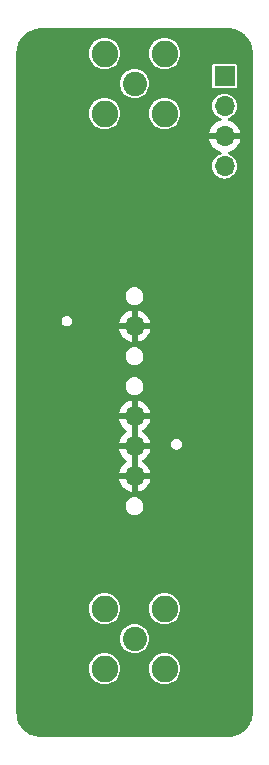
<source format=gbr>
%TF.GenerationSoftware,KiCad,Pcbnew,7.0.5*%
%TF.CreationDate,2023-06-23T15:01:08-05:00*%
%TF.ProjectId,Single.Channel.Amp,53696e67-6c65-42e4-9368-616e6e656c2e,rev?*%
%TF.SameCoordinates,Original*%
%TF.FileFunction,Copper,L2,Inr*%
%TF.FilePolarity,Positive*%
%FSLAX46Y46*%
G04 Gerber Fmt 4.6, Leading zero omitted, Abs format (unit mm)*
G04 Created by KiCad (PCBNEW 7.0.5) date 2023-06-23 15:01:08*
%MOMM*%
%LPD*%
G01*
G04 APERTURE LIST*
%TA.AperFunction,ComponentPad*%
%ADD10R,1.700000X1.700000*%
%TD*%
%TA.AperFunction,ComponentPad*%
%ADD11O,1.700000X1.700000*%
%TD*%
%TA.AperFunction,ComponentPad*%
%ADD12C,2.050000*%
%TD*%
%TA.AperFunction,ComponentPad*%
%ADD13C,2.250000*%
%TD*%
G04 APERTURE END LIST*
D10*
%TO.N,Net-(D1-A)*%
%TO.C,J3*%
X72620000Y-19370000D03*
D11*
%TO.N,GND*%
X72620000Y-21910000D03*
%TO.N,GND1*%
X72620000Y-24450000D03*
%TO.N,Net-(D2-K)*%
X72620000Y-26990000D03*
%TD*%
D12*
%TO.N,Net-(J2-Input)*%
%TO.C,J4*%
X65000000Y-67000000D03*
D13*
%TO.N,GND*%
X62460000Y-64460000D03*
X62460000Y-69540000D03*
X67540000Y-64460000D03*
X67540000Y-69540000D03*
%TD*%
D12*
%TO.N,Net-(J2-Output)*%
%TO.C,J5*%
X65000000Y-20000000D03*
D13*
%TO.N,GND*%
X62460000Y-17460000D03*
X62460000Y-22540000D03*
X67540000Y-17460000D03*
X67540000Y-22540000D03*
%TD*%
D11*
%TO.N,GND1*%
%TO.C,J2*%
X65000000Y-40540000D03*
X65000000Y-48160000D03*
X65000000Y-50700000D03*
X65000000Y-53240000D03*
%TD*%
%TA.AperFunction,Conductor*%
%TO.N,GND1*%
G36*
X65250000Y-52804498D02*
G01*
X65142315Y-52755320D01*
X65035763Y-52740000D01*
X64964237Y-52740000D01*
X64857685Y-52755320D01*
X64749999Y-52804498D01*
X64749999Y-51135501D01*
X64857685Y-51184680D01*
X64964237Y-51200000D01*
X65035763Y-51200000D01*
X65142315Y-51184680D01*
X65250000Y-51135501D01*
X65250000Y-52804498D01*
G37*
%TD.AperFunction*%
%TA.AperFunction,Conductor*%
G36*
X65250000Y-50264498D02*
G01*
X65142315Y-50215320D01*
X65035763Y-50200000D01*
X64964237Y-50200000D01*
X64857685Y-50215320D01*
X64749999Y-50264498D01*
X64749999Y-48595501D01*
X64857685Y-48644680D01*
X64964237Y-48660000D01*
X65035763Y-48660000D01*
X65142315Y-48644680D01*
X65250000Y-48595501D01*
X65250000Y-50264498D01*
G37*
%TD.AperFunction*%
%TA.AperFunction,Conductor*%
G36*
X73002019Y-15310633D02*
G01*
X73040149Y-15313131D01*
X73083793Y-15315992D01*
X73265459Y-15328985D01*
X73273102Y-15330015D01*
X73367572Y-15348806D01*
X73372190Y-15349912D01*
X73543719Y-15398061D01*
X73697413Y-15441204D01*
X73702315Y-15442802D01*
X73791762Y-15476164D01*
X73797481Y-15478634D01*
X73862544Y-15510719D01*
X73868651Y-15514176D01*
X74033108Y-15620000D01*
X74054728Y-15633912D01*
X74272782Y-15774225D01*
X74287440Y-15785274D01*
X74307332Y-15802718D01*
X74359510Y-15848476D01*
X74362463Y-15851243D01*
X74458770Y-15947550D01*
X74461531Y-15950498D01*
X74475243Y-15966135D01*
X74477144Y-15968410D01*
X74638444Y-16171187D01*
X74641459Y-16175318D01*
X74655410Y-16196197D01*
X74704958Y-16270351D01*
X74707824Y-16275085D01*
X74773806Y-16395921D01*
X74774996Y-16398213D01*
X74831352Y-16512492D01*
X74833839Y-16518251D01*
X74882881Y-16649737D01*
X74883500Y-16651475D01*
X74923597Y-16769597D01*
X74925472Y-16776353D01*
X74956848Y-16920589D01*
X74979980Y-17036880D01*
X74981015Y-17044560D01*
X74994021Y-17226413D01*
X74999367Y-17307966D01*
X74999500Y-17312023D01*
X74999500Y-73307976D01*
X74999367Y-73312033D01*
X74994022Y-73393558D01*
X74986015Y-73505514D01*
X74985608Y-73509442D01*
X74966386Y-73650854D01*
X74965760Y-73654599D01*
X74956842Y-73699440D01*
X74925471Y-73843647D01*
X74923596Y-73850403D01*
X74883496Y-73968531D01*
X74882879Y-73970265D01*
X74872626Y-73997758D01*
X74871277Y-74001080D01*
X74771176Y-74228425D01*
X74768848Y-74233157D01*
X74707824Y-74344914D01*
X74704958Y-74349648D01*
X74633467Y-74456641D01*
X74631549Y-74459351D01*
X74549744Y-74568631D01*
X74546723Y-74572357D01*
X74461529Y-74669502D01*
X74458755Y-74672464D01*
X74362464Y-74768755D01*
X74359502Y-74771529D01*
X74262357Y-74856723D01*
X74258631Y-74859744D01*
X74149351Y-74941549D01*
X74146641Y-74943467D01*
X74039649Y-75014957D01*
X74034914Y-75017823D01*
X73914075Y-75083806D01*
X73911790Y-75084993D01*
X73904596Y-75088541D01*
X73902019Y-75089740D01*
X73702563Y-75177002D01*
X73699377Y-75178292D01*
X73660275Y-75192876D01*
X73658538Y-75193494D01*
X73540402Y-75233596D01*
X73533647Y-75235471D01*
X73462130Y-75251029D01*
X73455117Y-75252554D01*
X73451369Y-75253250D01*
X73156664Y-75298589D01*
X73151657Y-75299152D01*
X73083568Y-75304022D01*
X73077972Y-75304389D01*
X73070672Y-75304867D01*
X73066636Y-75305000D01*
X56947817Y-75305000D01*
X56942201Y-75304745D01*
X56685599Y-75281417D01*
X56679129Y-75280482D01*
X56638251Y-75272351D01*
X56610617Y-75266854D01*
X56466352Y-75235471D01*
X56459597Y-75233596D01*
X56341465Y-75193496D01*
X56339728Y-75192877D01*
X56210480Y-75144670D01*
X56205300Y-75142466D01*
X56184183Y-75132323D01*
X56088201Y-75084990D01*
X56085909Y-75083800D01*
X56035990Y-75056542D01*
X55965081Y-75017823D01*
X55960357Y-75014962D01*
X55853348Y-74943461D01*
X55850639Y-74941543D01*
X55810592Y-74911564D01*
X55741353Y-74859732D01*
X55737648Y-74856729D01*
X55640680Y-74771690D01*
X55636671Y-74767843D01*
X55487338Y-74611116D01*
X55485610Y-74609226D01*
X55453281Y-74572362D01*
X55450260Y-74568637D01*
X55368449Y-74459351D01*
X55366531Y-74456640D01*
X55295037Y-74349641D01*
X55292170Y-74344907D01*
X55226173Y-74224042D01*
X55225024Y-74221830D01*
X55168635Y-74107483D01*
X55166160Y-74101750D01*
X55117093Y-73970198D01*
X55116540Y-73968646D01*
X55076394Y-73850378D01*
X55074529Y-73843659D01*
X55067509Y-73811387D01*
X55067137Y-73809545D01*
X55016592Y-73536600D01*
X55015715Y-73529742D01*
X55005991Y-73393778D01*
X55000632Y-73312019D01*
X55000499Y-73307993D01*
X55000499Y-69540001D01*
X61129437Y-69540001D01*
X61149650Y-69771044D01*
X61149651Y-69771051D01*
X61209678Y-69995074D01*
X61209679Y-69995076D01*
X61209680Y-69995079D01*
X61307699Y-70205282D01*
X61440730Y-70395269D01*
X61604731Y-70559270D01*
X61794718Y-70692301D01*
X62004921Y-70790320D01*
X62228950Y-70850349D01*
X62393985Y-70864787D01*
X62459998Y-70870563D01*
X62460000Y-70870563D01*
X62460002Y-70870563D01*
X62517762Y-70865509D01*
X62691050Y-70850349D01*
X62915079Y-70790320D01*
X63125282Y-70692301D01*
X63315269Y-70559270D01*
X63479270Y-70395269D01*
X63612301Y-70205282D01*
X63710320Y-69995079D01*
X63770349Y-69771050D01*
X63790563Y-69540001D01*
X66209437Y-69540001D01*
X66229650Y-69771044D01*
X66229651Y-69771051D01*
X66289678Y-69995074D01*
X66289679Y-69995076D01*
X66289680Y-69995079D01*
X66387699Y-70205282D01*
X66520730Y-70395269D01*
X66684731Y-70559270D01*
X66874718Y-70692301D01*
X67084921Y-70790320D01*
X67308950Y-70850349D01*
X67473985Y-70864787D01*
X67539998Y-70870563D01*
X67540000Y-70870563D01*
X67540002Y-70870563D01*
X67597762Y-70865509D01*
X67771050Y-70850349D01*
X67995079Y-70790320D01*
X68205282Y-70692301D01*
X68395269Y-70559270D01*
X68559270Y-70395269D01*
X68692301Y-70205282D01*
X68790320Y-69995079D01*
X68850349Y-69771050D01*
X68870563Y-69540000D01*
X68850349Y-69308950D01*
X68790320Y-69084921D01*
X68692301Y-68874719D01*
X68692299Y-68874716D01*
X68692298Y-68874714D01*
X68559273Y-68684735D01*
X68559268Y-68684729D01*
X68395269Y-68520730D01*
X68395263Y-68520726D01*
X68205282Y-68387699D01*
X67995079Y-68289680D01*
X67995076Y-68289679D01*
X67995074Y-68289678D01*
X67771051Y-68229651D01*
X67771044Y-68229650D01*
X67540002Y-68209437D01*
X67539998Y-68209437D01*
X67308955Y-68229650D01*
X67308948Y-68229651D01*
X67084917Y-68289681D01*
X66874718Y-68387699D01*
X66874714Y-68387701D01*
X66684735Y-68520726D01*
X66684729Y-68520731D01*
X66520731Y-68684729D01*
X66520726Y-68684735D01*
X66387701Y-68874714D01*
X66387699Y-68874718D01*
X66289681Y-69084917D01*
X66229651Y-69308948D01*
X66229650Y-69308955D01*
X66209437Y-69539998D01*
X66209437Y-69540001D01*
X63790563Y-69540001D01*
X63790563Y-69540000D01*
X63770349Y-69308950D01*
X63710320Y-69084921D01*
X63612301Y-68874719D01*
X63612299Y-68874716D01*
X63612298Y-68874714D01*
X63479273Y-68684735D01*
X63479268Y-68684729D01*
X63315269Y-68520730D01*
X63315263Y-68520726D01*
X63125282Y-68387699D01*
X62915079Y-68289680D01*
X62915076Y-68289679D01*
X62915074Y-68289678D01*
X62691051Y-68229651D01*
X62691044Y-68229650D01*
X62460002Y-68209437D01*
X62459998Y-68209437D01*
X62228955Y-68229650D01*
X62228948Y-68229651D01*
X62004917Y-68289681D01*
X61794718Y-68387699D01*
X61794714Y-68387701D01*
X61604735Y-68520726D01*
X61604729Y-68520731D01*
X61440731Y-68684729D01*
X61440726Y-68684735D01*
X61307701Y-68874714D01*
X61307699Y-68874718D01*
X61209681Y-69084917D01*
X61149651Y-69308948D01*
X61149650Y-69308955D01*
X61129437Y-69539998D01*
X61129437Y-69540001D01*
X55000499Y-69540001D01*
X55000499Y-67000001D01*
X63769819Y-67000001D01*
X63788507Y-67213613D01*
X63788509Y-67213624D01*
X63844005Y-67420739D01*
X63844007Y-67420743D01*
X63844008Y-67420747D01*
X63889320Y-67517918D01*
X63934631Y-67615090D01*
X63934632Y-67615091D01*
X64057627Y-67790745D01*
X64209255Y-67942373D01*
X64384909Y-68065368D01*
X64579253Y-68155992D01*
X64786381Y-68211492D01*
X64938965Y-68224841D01*
X64999998Y-68230181D01*
X65000000Y-68230181D01*
X65000002Y-68230181D01*
X65053404Y-68225508D01*
X65213619Y-68211492D01*
X65420747Y-68155992D01*
X65615091Y-68065368D01*
X65790745Y-67942373D01*
X65942373Y-67790745D01*
X66065368Y-67615091D01*
X66155992Y-67420747D01*
X66211492Y-67213619D01*
X66230181Y-67000000D01*
X66211492Y-66786381D01*
X66155992Y-66579253D01*
X66065368Y-66384910D01*
X65942373Y-66209255D01*
X65790745Y-66057627D01*
X65615091Y-65934632D01*
X65615092Y-65934632D01*
X65615090Y-65934631D01*
X65517918Y-65889320D01*
X65420747Y-65844008D01*
X65420743Y-65844007D01*
X65420739Y-65844005D01*
X65213624Y-65788509D01*
X65213620Y-65788508D01*
X65213619Y-65788508D01*
X65213618Y-65788507D01*
X65213613Y-65788507D01*
X65000002Y-65769819D01*
X64999998Y-65769819D01*
X64786386Y-65788507D01*
X64786375Y-65788509D01*
X64579260Y-65844005D01*
X64579251Y-65844009D01*
X64384910Y-65934631D01*
X64384908Y-65934632D01*
X64209259Y-66057623D01*
X64209253Y-66057628D01*
X64057628Y-66209253D01*
X64057623Y-66209259D01*
X63934632Y-66384908D01*
X63934631Y-66384910D01*
X63844009Y-66579251D01*
X63844005Y-66579260D01*
X63788509Y-66786375D01*
X63788507Y-66786386D01*
X63769819Y-66999998D01*
X63769819Y-67000001D01*
X55000499Y-67000001D01*
X55000499Y-64460001D01*
X61129437Y-64460001D01*
X61149650Y-64691044D01*
X61149651Y-64691051D01*
X61209678Y-64915074D01*
X61209679Y-64915076D01*
X61209680Y-64915079D01*
X61307699Y-65125282D01*
X61440730Y-65315269D01*
X61604731Y-65479270D01*
X61794718Y-65612301D01*
X62004921Y-65710320D01*
X62228950Y-65770349D01*
X62393985Y-65784787D01*
X62459998Y-65790563D01*
X62460000Y-65790563D01*
X62460002Y-65790563D01*
X62517762Y-65785509D01*
X62691050Y-65770349D01*
X62915079Y-65710320D01*
X63125282Y-65612301D01*
X63315269Y-65479270D01*
X63479270Y-65315269D01*
X63612301Y-65125282D01*
X63710320Y-64915079D01*
X63770349Y-64691050D01*
X63790563Y-64460001D01*
X66209437Y-64460001D01*
X66229650Y-64691044D01*
X66229651Y-64691051D01*
X66289678Y-64915074D01*
X66289679Y-64915076D01*
X66289680Y-64915079D01*
X66387699Y-65125282D01*
X66520730Y-65315269D01*
X66684731Y-65479270D01*
X66874718Y-65612301D01*
X67084921Y-65710320D01*
X67308950Y-65770349D01*
X67473985Y-65784787D01*
X67539998Y-65790563D01*
X67540000Y-65790563D01*
X67540002Y-65790563D01*
X67597762Y-65785509D01*
X67771050Y-65770349D01*
X67995079Y-65710320D01*
X68205282Y-65612301D01*
X68395269Y-65479270D01*
X68559270Y-65315269D01*
X68692301Y-65125282D01*
X68790320Y-64915079D01*
X68850349Y-64691050D01*
X68870563Y-64460000D01*
X68850349Y-64228950D01*
X68790320Y-64004921D01*
X68692301Y-63794719D01*
X68692299Y-63794716D01*
X68692298Y-63794714D01*
X68559273Y-63604735D01*
X68559268Y-63604729D01*
X68395269Y-63440730D01*
X68395263Y-63440726D01*
X68205282Y-63307699D01*
X67995079Y-63209680D01*
X67995076Y-63209679D01*
X67995074Y-63209678D01*
X67771051Y-63149651D01*
X67771044Y-63149650D01*
X67540002Y-63129437D01*
X67539998Y-63129437D01*
X67308955Y-63149650D01*
X67308948Y-63149651D01*
X67084917Y-63209681D01*
X66874718Y-63307699D01*
X66874714Y-63307701D01*
X66684735Y-63440726D01*
X66684729Y-63440731D01*
X66520731Y-63604729D01*
X66520726Y-63604735D01*
X66387701Y-63794714D01*
X66387699Y-63794718D01*
X66289681Y-64004917D01*
X66229651Y-64228948D01*
X66229650Y-64228955D01*
X66209437Y-64459998D01*
X66209437Y-64460001D01*
X63790563Y-64460001D01*
X63790563Y-64460000D01*
X63770349Y-64228950D01*
X63710320Y-64004921D01*
X63612301Y-63794719D01*
X63612299Y-63794716D01*
X63612298Y-63794714D01*
X63479273Y-63604735D01*
X63479268Y-63604729D01*
X63315269Y-63440730D01*
X63315263Y-63440726D01*
X63125282Y-63307699D01*
X62915079Y-63209680D01*
X62915076Y-63209679D01*
X62915074Y-63209678D01*
X62691051Y-63149651D01*
X62691044Y-63149650D01*
X62460002Y-63129437D01*
X62459998Y-63129437D01*
X62228955Y-63149650D01*
X62228948Y-63149651D01*
X62004917Y-63209681D01*
X61794718Y-63307699D01*
X61794714Y-63307701D01*
X61604735Y-63440726D01*
X61604729Y-63440731D01*
X61440731Y-63604729D01*
X61440726Y-63604735D01*
X61307701Y-63794714D01*
X61307699Y-63794718D01*
X61209681Y-64004917D01*
X61149651Y-64228948D01*
X61149650Y-64228955D01*
X61129437Y-64459998D01*
X61129437Y-64460001D01*
X55000499Y-64460001D01*
X55000499Y-55823933D01*
X64245668Y-55823933D01*
X64261058Y-55911210D01*
X64276135Y-55996711D01*
X64345623Y-56157804D01*
X64345624Y-56157806D01*
X64345626Y-56157809D01*
X64400278Y-56231218D01*
X64450390Y-56298530D01*
X64584786Y-56411302D01*
X64662488Y-56450325D01*
X64741562Y-56490038D01*
X64741563Y-56490038D01*
X64741567Y-56490040D01*
X64912279Y-56530500D01*
X64912282Y-56530500D01*
X65043701Y-56530500D01*
X65043709Y-56530500D01*
X65174255Y-56515241D01*
X65339117Y-56455237D01*
X65485696Y-56358830D01*
X65606092Y-56231218D01*
X65693812Y-56079281D01*
X65744130Y-55911210D01*
X65754331Y-55736065D01*
X65723865Y-55563289D01*
X65654377Y-55402196D01*
X65549610Y-55261470D01*
X65477747Y-55201170D01*
X65415214Y-55148698D01*
X65415212Y-55148697D01*
X65258437Y-55069961D01*
X65258433Y-55069960D01*
X65087721Y-55029500D01*
X64956291Y-55029500D01*
X64851854Y-55041707D01*
X64825743Y-55044759D01*
X64825740Y-55044760D01*
X64660884Y-55104762D01*
X64660880Y-55104764D01*
X64514306Y-55201167D01*
X64514305Y-55201168D01*
X64393910Y-55328778D01*
X64306188Y-55480718D01*
X64255870Y-55648789D01*
X64255869Y-55648794D01*
X64245668Y-55823933D01*
X55000499Y-55823933D01*
X55000499Y-53490000D01*
X63669364Y-53490000D01*
X63726567Y-53703486D01*
X63726570Y-53703492D01*
X63826399Y-53917578D01*
X63961894Y-54111082D01*
X64128917Y-54278105D01*
X64322421Y-54413600D01*
X64536507Y-54513429D01*
X64536516Y-54513433D01*
X64750000Y-54570634D01*
X64750000Y-53675501D01*
X64857685Y-53724680D01*
X64964237Y-53740000D01*
X65035763Y-53740000D01*
X65142315Y-53724680D01*
X65249998Y-53675502D01*
X65249998Y-54570633D01*
X65463483Y-54513433D01*
X65463492Y-54513429D01*
X65677578Y-54413600D01*
X65871082Y-54278105D01*
X66038105Y-54111082D01*
X66173600Y-53917578D01*
X66273429Y-53703492D01*
X66273432Y-53703486D01*
X66330636Y-53490000D01*
X65433686Y-53490000D01*
X65459493Y-53449844D01*
X65500000Y-53311889D01*
X65500000Y-53168111D01*
X65459493Y-53030156D01*
X65433686Y-52990000D01*
X66330636Y-52990000D01*
X66330635Y-52989999D01*
X66273432Y-52776513D01*
X66273429Y-52776507D01*
X66173600Y-52562422D01*
X66173599Y-52562420D01*
X66038113Y-52368926D01*
X66038108Y-52368920D01*
X65871082Y-52201894D01*
X65684968Y-52071575D01*
X65641344Y-52016998D01*
X65634151Y-51947499D01*
X65665673Y-51885145D01*
X65684968Y-51868425D01*
X65871082Y-51738105D01*
X66038105Y-51571082D01*
X66173600Y-51377578D01*
X66273429Y-51163492D01*
X66273432Y-51163486D01*
X66330636Y-50950000D01*
X65433686Y-50950000D01*
X65459493Y-50909844D01*
X65500000Y-50771889D01*
X65500000Y-50628111D01*
X65475597Y-50545000D01*
X68099867Y-50545000D01*
X68118302Y-50673225D01*
X68163361Y-50771889D01*
X68172118Y-50791063D01*
X68256951Y-50888967D01*
X68365931Y-50959004D01*
X68490225Y-50995499D01*
X68490227Y-50995500D01*
X68490228Y-50995500D01*
X68619773Y-50995500D01*
X68619773Y-50995499D01*
X68744069Y-50959004D01*
X68853049Y-50888967D01*
X68937882Y-50791063D01*
X68991697Y-50673226D01*
X69010133Y-50545000D01*
X68991697Y-50416774D01*
X68937882Y-50298937D01*
X68853049Y-50201033D01*
X68744069Y-50130996D01*
X68744065Y-50130994D01*
X68744064Y-50130994D01*
X68619774Y-50094500D01*
X68619772Y-50094500D01*
X68490228Y-50094500D01*
X68490226Y-50094500D01*
X68365935Y-50130994D01*
X68365932Y-50130995D01*
X68365931Y-50130996D01*
X68314677Y-50163934D01*
X68256950Y-50201033D01*
X68172118Y-50298937D01*
X68172117Y-50298938D01*
X68118302Y-50416774D01*
X68099867Y-50545000D01*
X65475597Y-50545000D01*
X65459493Y-50490156D01*
X65433686Y-50450000D01*
X66330636Y-50450000D01*
X66330635Y-50449999D01*
X66273432Y-50236513D01*
X66273429Y-50236507D01*
X66173600Y-50022422D01*
X66173599Y-50022420D01*
X66038113Y-49828926D01*
X66038108Y-49828920D01*
X65871082Y-49661894D01*
X65684968Y-49531575D01*
X65641344Y-49476998D01*
X65634151Y-49407499D01*
X65665673Y-49345145D01*
X65684968Y-49328425D01*
X65871082Y-49198105D01*
X66038105Y-49031082D01*
X66173600Y-48837578D01*
X66273429Y-48623492D01*
X66273432Y-48623486D01*
X66330636Y-48410000D01*
X65433686Y-48410000D01*
X65459493Y-48369844D01*
X65500000Y-48231889D01*
X65500000Y-48088111D01*
X65459493Y-47950156D01*
X65433686Y-47910000D01*
X66330636Y-47910000D01*
X66330635Y-47909999D01*
X66273432Y-47696513D01*
X66273429Y-47696507D01*
X66173600Y-47482422D01*
X66173599Y-47482420D01*
X66038113Y-47288926D01*
X66038108Y-47288920D01*
X65871082Y-47121894D01*
X65677578Y-46986399D01*
X65463492Y-46886570D01*
X65463486Y-46886567D01*
X65249999Y-46829364D01*
X65249999Y-47724498D01*
X65142315Y-47675320D01*
X65035763Y-47660000D01*
X64964237Y-47660000D01*
X64857685Y-47675320D01*
X64749999Y-47724498D01*
X64750000Y-46829364D01*
X64749999Y-46829364D01*
X64536513Y-46886567D01*
X64536507Y-46886570D01*
X64322422Y-46986399D01*
X64322420Y-46986400D01*
X64128926Y-47121886D01*
X64128920Y-47121891D01*
X63961891Y-47288920D01*
X63961886Y-47288926D01*
X63826400Y-47482420D01*
X63826399Y-47482422D01*
X63726570Y-47696507D01*
X63726567Y-47696513D01*
X63669364Y-47909999D01*
X63669364Y-47910000D01*
X64566314Y-47910000D01*
X64540507Y-47950156D01*
X64500000Y-48088111D01*
X64500000Y-48231889D01*
X64540507Y-48369844D01*
X64566314Y-48410000D01*
X63669364Y-48410000D01*
X63726567Y-48623486D01*
X63726570Y-48623492D01*
X63826399Y-48837578D01*
X63961894Y-49031082D01*
X64128917Y-49198105D01*
X64315031Y-49328425D01*
X64358656Y-49383003D01*
X64365848Y-49452501D01*
X64334326Y-49514856D01*
X64315031Y-49531575D01*
X64128922Y-49661890D01*
X64128920Y-49661891D01*
X63961891Y-49828920D01*
X63961886Y-49828926D01*
X63826400Y-50022420D01*
X63826399Y-50022422D01*
X63726570Y-50236507D01*
X63726567Y-50236513D01*
X63669364Y-50449999D01*
X63669364Y-50450000D01*
X64566314Y-50450000D01*
X64540507Y-50490156D01*
X64500000Y-50628111D01*
X64500000Y-50771889D01*
X64540507Y-50909844D01*
X64566314Y-50950000D01*
X63669364Y-50950000D01*
X63726567Y-51163486D01*
X63726570Y-51163492D01*
X63826399Y-51377578D01*
X63961894Y-51571082D01*
X64128917Y-51738105D01*
X64315031Y-51868425D01*
X64358656Y-51923003D01*
X64365848Y-51992501D01*
X64334326Y-52054856D01*
X64315031Y-52071575D01*
X64128922Y-52201890D01*
X64128920Y-52201891D01*
X63961891Y-52368920D01*
X63961886Y-52368926D01*
X63826400Y-52562420D01*
X63826399Y-52562422D01*
X63726570Y-52776507D01*
X63726567Y-52776513D01*
X63669364Y-52989999D01*
X63669364Y-52990000D01*
X64566314Y-52990000D01*
X64540507Y-53030156D01*
X64500000Y-53168111D01*
X64500000Y-53311889D01*
X64540507Y-53449844D01*
X64566314Y-53490000D01*
X63669364Y-53490000D01*
X55000499Y-53490000D01*
X55000499Y-45663933D01*
X64245668Y-45663933D01*
X64261058Y-45751210D01*
X64276135Y-45836711D01*
X64345623Y-45997804D01*
X64345624Y-45997806D01*
X64345626Y-45997809D01*
X64400278Y-46071218D01*
X64450390Y-46138530D01*
X64584786Y-46251302D01*
X64662488Y-46290325D01*
X64741562Y-46330038D01*
X64741563Y-46330038D01*
X64741567Y-46330040D01*
X64912279Y-46370500D01*
X64912282Y-46370500D01*
X65043701Y-46370500D01*
X65043709Y-46370500D01*
X65174255Y-46355241D01*
X65339117Y-46295237D01*
X65485696Y-46198830D01*
X65606092Y-46071218D01*
X65693812Y-45919281D01*
X65744130Y-45751210D01*
X65754331Y-45576065D01*
X65723865Y-45403289D01*
X65654377Y-45242196D01*
X65549610Y-45101470D01*
X65477747Y-45041170D01*
X65415214Y-44988698D01*
X65415212Y-44988697D01*
X65258437Y-44909961D01*
X65258433Y-44909960D01*
X65087721Y-44869500D01*
X64956291Y-44869500D01*
X64851854Y-44881707D01*
X64825743Y-44884759D01*
X64825740Y-44884760D01*
X64660884Y-44944762D01*
X64660880Y-44944764D01*
X64514306Y-45041167D01*
X64514305Y-45041168D01*
X64393910Y-45168778D01*
X64306188Y-45320718D01*
X64255870Y-45488789D01*
X64255869Y-45488794D01*
X64245668Y-45663933D01*
X55000499Y-45663933D01*
X55000499Y-43123933D01*
X64245668Y-43123933D01*
X64261058Y-43211210D01*
X64276135Y-43296711D01*
X64345623Y-43457804D01*
X64345624Y-43457806D01*
X64345626Y-43457809D01*
X64400278Y-43531218D01*
X64450390Y-43598530D01*
X64584786Y-43711302D01*
X64662488Y-43750325D01*
X64741562Y-43790038D01*
X64741563Y-43790038D01*
X64741567Y-43790040D01*
X64912279Y-43830500D01*
X64912282Y-43830500D01*
X65043701Y-43830500D01*
X65043709Y-43830500D01*
X65174255Y-43815241D01*
X65339117Y-43755237D01*
X65485696Y-43658830D01*
X65606092Y-43531218D01*
X65693812Y-43379281D01*
X65744130Y-43211210D01*
X65754331Y-43036065D01*
X65723865Y-42863289D01*
X65654377Y-42702196D01*
X65549610Y-42561470D01*
X65477747Y-42501170D01*
X65415214Y-42448698D01*
X65415212Y-42448697D01*
X65258437Y-42369961D01*
X65258433Y-42369960D01*
X65087721Y-42329500D01*
X64956291Y-42329500D01*
X64851854Y-42341707D01*
X64825743Y-42344759D01*
X64825740Y-42344760D01*
X64660884Y-42404762D01*
X64660880Y-42404764D01*
X64514306Y-42501167D01*
X64514305Y-42501168D01*
X64393910Y-42628778D01*
X64306188Y-42780718D01*
X64255870Y-42948789D01*
X64255869Y-42948794D01*
X64245668Y-43123933D01*
X55000499Y-43123933D01*
X55000499Y-40790000D01*
X63669364Y-40790000D01*
X63726567Y-41003486D01*
X63726570Y-41003492D01*
X63826399Y-41217578D01*
X63961894Y-41411082D01*
X64128917Y-41578105D01*
X64322421Y-41713600D01*
X64536507Y-41813429D01*
X64536516Y-41813433D01*
X64750000Y-41870634D01*
X64750000Y-40975501D01*
X64857685Y-41024680D01*
X64964237Y-41040000D01*
X65035763Y-41040000D01*
X65142315Y-41024680D01*
X65249998Y-40975502D01*
X65249998Y-41870633D01*
X65463483Y-41813433D01*
X65463492Y-41813429D01*
X65677578Y-41713600D01*
X65871082Y-41578105D01*
X66038105Y-41411082D01*
X66173600Y-41217578D01*
X66273429Y-41003492D01*
X66273432Y-41003486D01*
X66330636Y-40790000D01*
X65433686Y-40790000D01*
X65459493Y-40749844D01*
X65500000Y-40611889D01*
X65500000Y-40468111D01*
X65459493Y-40330156D01*
X65433686Y-40290000D01*
X66330636Y-40290000D01*
X66330635Y-40289999D01*
X66273432Y-40076513D01*
X66273429Y-40076507D01*
X66173600Y-39862422D01*
X66173599Y-39862420D01*
X66038113Y-39668926D01*
X66038108Y-39668920D01*
X65871082Y-39501894D01*
X65677578Y-39366399D01*
X65463492Y-39266570D01*
X65463486Y-39266567D01*
X65249999Y-39209364D01*
X65249999Y-40104498D01*
X65142315Y-40055320D01*
X65035763Y-40040000D01*
X64964237Y-40040000D01*
X64857685Y-40055320D01*
X64749999Y-40104498D01*
X64750000Y-39209364D01*
X64749999Y-39209364D01*
X64536513Y-39266567D01*
X64536507Y-39266570D01*
X64322422Y-39366399D01*
X64322420Y-39366400D01*
X64128926Y-39501886D01*
X64128920Y-39501891D01*
X63961891Y-39668920D01*
X63961886Y-39668926D01*
X63826400Y-39862420D01*
X63826399Y-39862422D01*
X63726570Y-40076507D01*
X63726567Y-40076513D01*
X63669364Y-40289999D01*
X63669364Y-40290000D01*
X64566314Y-40290000D01*
X64540507Y-40330156D01*
X64500000Y-40468111D01*
X64500000Y-40611889D01*
X64540507Y-40749844D01*
X64566314Y-40790000D01*
X63669364Y-40790000D01*
X55000499Y-40790000D01*
X55000499Y-40110000D01*
X58819867Y-40110000D01*
X58838302Y-40238225D01*
X58892117Y-40356061D01*
X58892118Y-40356063D01*
X58976951Y-40453967D01*
X59085931Y-40524004D01*
X59210225Y-40560499D01*
X59210227Y-40560500D01*
X59210228Y-40560500D01*
X59339773Y-40560500D01*
X59339773Y-40560499D01*
X59464069Y-40524004D01*
X59573049Y-40453967D01*
X59657882Y-40356063D01*
X59711697Y-40238226D01*
X59730133Y-40110000D01*
X59711697Y-39981774D01*
X59657882Y-39863937D01*
X59573049Y-39766033D01*
X59464069Y-39695996D01*
X59464065Y-39695994D01*
X59464064Y-39695994D01*
X59339774Y-39659500D01*
X59339772Y-39659500D01*
X59210228Y-39659500D01*
X59210226Y-39659500D01*
X59085935Y-39695994D01*
X59085932Y-39695995D01*
X59085931Y-39695996D01*
X59034677Y-39728934D01*
X58976950Y-39766033D01*
X58892118Y-39863937D01*
X58892117Y-39863938D01*
X58838302Y-39981774D01*
X58819867Y-40110000D01*
X55000499Y-40110000D01*
X55000499Y-38043933D01*
X64245668Y-38043933D01*
X64261058Y-38131210D01*
X64276135Y-38216711D01*
X64345623Y-38377804D01*
X64345624Y-38377806D01*
X64345626Y-38377809D01*
X64400278Y-38451218D01*
X64450390Y-38518530D01*
X64584786Y-38631302D01*
X64662488Y-38670325D01*
X64741562Y-38710038D01*
X64741563Y-38710038D01*
X64741567Y-38710040D01*
X64912279Y-38750500D01*
X64912282Y-38750500D01*
X65043701Y-38750500D01*
X65043709Y-38750500D01*
X65174255Y-38735241D01*
X65339117Y-38675237D01*
X65485696Y-38578830D01*
X65606092Y-38451218D01*
X65693812Y-38299281D01*
X65744130Y-38131210D01*
X65754331Y-37956065D01*
X65723865Y-37783289D01*
X65654377Y-37622196D01*
X65549610Y-37481470D01*
X65477747Y-37421170D01*
X65415214Y-37368698D01*
X65415212Y-37368697D01*
X65258437Y-37289961D01*
X65258433Y-37289960D01*
X65087721Y-37249500D01*
X64956291Y-37249500D01*
X64851854Y-37261707D01*
X64825743Y-37264759D01*
X64825740Y-37264760D01*
X64660884Y-37324762D01*
X64660880Y-37324764D01*
X64514306Y-37421167D01*
X64514305Y-37421168D01*
X64393910Y-37548778D01*
X64306188Y-37700718D01*
X64255870Y-37868789D01*
X64255869Y-37868794D01*
X64245668Y-38043933D01*
X55000499Y-38043933D01*
X55000499Y-24700000D01*
X71289364Y-24700000D01*
X71346567Y-24913486D01*
X71346570Y-24913492D01*
X71446399Y-25127578D01*
X71581894Y-25321082D01*
X71748917Y-25488105D01*
X71942421Y-25623600D01*
X72156507Y-25723429D01*
X72156516Y-25723433D01*
X72278649Y-25756158D01*
X72338310Y-25792523D01*
X72368839Y-25855369D01*
X72360545Y-25924745D01*
X72316059Y-25978623D01*
X72282552Y-25994593D01*
X72216046Y-26014767D01*
X72085358Y-26084622D01*
X72033550Y-26112315D01*
X72033548Y-26112316D01*
X72033547Y-26112317D01*
X71873589Y-26243589D01*
X71742317Y-26403547D01*
X71644769Y-26586043D01*
X71584699Y-26784067D01*
X71564417Y-26990000D01*
X71584699Y-27195932D01*
X71584700Y-27195934D01*
X71644768Y-27393954D01*
X71742315Y-27576450D01*
X71742317Y-27576452D01*
X71873589Y-27736410D01*
X71970209Y-27815702D01*
X72033550Y-27867685D01*
X72216046Y-27965232D01*
X72414066Y-28025300D01*
X72414065Y-28025300D01*
X72432529Y-28027118D01*
X72620000Y-28045583D01*
X72825934Y-28025300D01*
X73023954Y-27965232D01*
X73206450Y-27867685D01*
X73366410Y-27736410D01*
X73497685Y-27576450D01*
X73595232Y-27393954D01*
X73655300Y-27195934D01*
X73675583Y-26990000D01*
X73655300Y-26784066D01*
X73595232Y-26586046D01*
X73497685Y-26403550D01*
X73445702Y-26340209D01*
X73366410Y-26243589D01*
X73206452Y-26112317D01*
X73206453Y-26112317D01*
X73206450Y-26112315D01*
X73023954Y-26014768D01*
X72957447Y-25994593D01*
X72899009Y-25956296D01*
X72870553Y-25892484D01*
X72881113Y-25823417D01*
X72927337Y-25771023D01*
X72961350Y-25756158D01*
X73083483Y-25723433D01*
X73083492Y-25723429D01*
X73297578Y-25623600D01*
X73491082Y-25488105D01*
X73658105Y-25321082D01*
X73793600Y-25127578D01*
X73893429Y-24913492D01*
X73893432Y-24913486D01*
X73950636Y-24700000D01*
X73053686Y-24700000D01*
X73079493Y-24659844D01*
X73120000Y-24521889D01*
X73120000Y-24378111D01*
X73079493Y-24240156D01*
X73053686Y-24200000D01*
X73950636Y-24200000D01*
X73950635Y-24199999D01*
X73893432Y-23986513D01*
X73893429Y-23986507D01*
X73793600Y-23772422D01*
X73793599Y-23772420D01*
X73658113Y-23578926D01*
X73658108Y-23578920D01*
X73491082Y-23411894D01*
X73297578Y-23276399D01*
X73083492Y-23176570D01*
X73083486Y-23176567D01*
X72961349Y-23143841D01*
X72901689Y-23107476D01*
X72871160Y-23044629D01*
X72879455Y-22975253D01*
X72923940Y-22921375D01*
X72957444Y-22905407D01*
X73023954Y-22885232D01*
X73206450Y-22787685D01*
X73366410Y-22656410D01*
X73497685Y-22496450D01*
X73595232Y-22313954D01*
X73655300Y-22115934D01*
X73675583Y-21910000D01*
X73655300Y-21704066D01*
X73595232Y-21506046D01*
X73497685Y-21323550D01*
X73445702Y-21260209D01*
X73366410Y-21163589D01*
X73206452Y-21032317D01*
X73206453Y-21032317D01*
X73206450Y-21032315D01*
X73023954Y-20934768D01*
X72825934Y-20874700D01*
X72825932Y-20874699D01*
X72825934Y-20874699D01*
X72620000Y-20854417D01*
X72414067Y-20874699D01*
X72216043Y-20934769D01*
X72105898Y-20993643D01*
X72033550Y-21032315D01*
X72033548Y-21032316D01*
X72033547Y-21032317D01*
X71873589Y-21163589D01*
X71742317Y-21323547D01*
X71644769Y-21506043D01*
X71584699Y-21704067D01*
X71564417Y-21909999D01*
X71584699Y-22115932D01*
X71584700Y-22115934D01*
X71644768Y-22313954D01*
X71742315Y-22496450D01*
X71742317Y-22496452D01*
X71873589Y-22656410D01*
X71970209Y-22735702D01*
X72033550Y-22787685D01*
X72216046Y-22885232D01*
X72282551Y-22905405D01*
X72340989Y-22943702D01*
X72369446Y-23007514D01*
X72358887Y-23076581D01*
X72312663Y-23128975D01*
X72278650Y-23143841D01*
X72156514Y-23176567D01*
X72156507Y-23176570D01*
X71942422Y-23276399D01*
X71942420Y-23276400D01*
X71748926Y-23411886D01*
X71748920Y-23411891D01*
X71581891Y-23578920D01*
X71581886Y-23578926D01*
X71446400Y-23772420D01*
X71446399Y-23772422D01*
X71346570Y-23986507D01*
X71346567Y-23986513D01*
X71289364Y-24199999D01*
X71289364Y-24200000D01*
X72186314Y-24200000D01*
X72160507Y-24240156D01*
X72120000Y-24378111D01*
X72120000Y-24521889D01*
X72160507Y-24659844D01*
X72186314Y-24700000D01*
X71289364Y-24700000D01*
X55000499Y-24700000D01*
X55000499Y-22540001D01*
X61129437Y-22540001D01*
X61149650Y-22771044D01*
X61149651Y-22771051D01*
X61209678Y-22995074D01*
X61209679Y-22995076D01*
X61209680Y-22995079D01*
X61307699Y-23205282D01*
X61440730Y-23395269D01*
X61604731Y-23559270D01*
X61794718Y-23692301D01*
X62004921Y-23790320D01*
X62228950Y-23850349D01*
X62393985Y-23864787D01*
X62459998Y-23870563D01*
X62460000Y-23870563D01*
X62460002Y-23870563D01*
X62517762Y-23865509D01*
X62691050Y-23850349D01*
X62915079Y-23790320D01*
X63125282Y-23692301D01*
X63315269Y-23559270D01*
X63479270Y-23395269D01*
X63612301Y-23205282D01*
X63710320Y-22995079D01*
X63770349Y-22771050D01*
X63790563Y-22540001D01*
X66209437Y-22540001D01*
X66229650Y-22771044D01*
X66229651Y-22771051D01*
X66289678Y-22995074D01*
X66289679Y-22995076D01*
X66289680Y-22995079D01*
X66387699Y-23205282D01*
X66520730Y-23395269D01*
X66684731Y-23559270D01*
X66874718Y-23692301D01*
X67084921Y-23790320D01*
X67308950Y-23850349D01*
X67473985Y-23864787D01*
X67539998Y-23870563D01*
X67540000Y-23870563D01*
X67540002Y-23870563D01*
X67597762Y-23865509D01*
X67771050Y-23850349D01*
X67995079Y-23790320D01*
X68205282Y-23692301D01*
X68395269Y-23559270D01*
X68559270Y-23395269D01*
X68692301Y-23205282D01*
X68790320Y-22995079D01*
X68850349Y-22771050D01*
X68870563Y-22540000D01*
X68850349Y-22308950D01*
X68790320Y-22084921D01*
X68692301Y-21874719D01*
X68692299Y-21874716D01*
X68692298Y-21874714D01*
X68559273Y-21684735D01*
X68559268Y-21684729D01*
X68395269Y-21520730D01*
X68374294Y-21506043D01*
X68205282Y-21387699D01*
X67995079Y-21289680D01*
X67995076Y-21289679D01*
X67995074Y-21289678D01*
X67771051Y-21229651D01*
X67771044Y-21229650D01*
X67540002Y-21209437D01*
X67539998Y-21209437D01*
X67308955Y-21229650D01*
X67308948Y-21229651D01*
X67084917Y-21289681D01*
X66874718Y-21387699D01*
X66874714Y-21387701D01*
X66684735Y-21520726D01*
X66684729Y-21520731D01*
X66520731Y-21684729D01*
X66520726Y-21684735D01*
X66387701Y-21874714D01*
X66387699Y-21874718D01*
X66289681Y-22084917D01*
X66229651Y-22308948D01*
X66229650Y-22308955D01*
X66209437Y-22539998D01*
X66209437Y-22540001D01*
X63790563Y-22540001D01*
X63790563Y-22540000D01*
X63770349Y-22308950D01*
X63710320Y-22084921D01*
X63612301Y-21874719D01*
X63612299Y-21874716D01*
X63612298Y-21874714D01*
X63479273Y-21684735D01*
X63479268Y-21684729D01*
X63315269Y-21520730D01*
X63294294Y-21506043D01*
X63125282Y-21387699D01*
X62915079Y-21289680D01*
X62915076Y-21289679D01*
X62915074Y-21289678D01*
X62691051Y-21229651D01*
X62691044Y-21229650D01*
X62460002Y-21209437D01*
X62459998Y-21209437D01*
X62228955Y-21229650D01*
X62228948Y-21229651D01*
X62004917Y-21289681D01*
X61794718Y-21387699D01*
X61794714Y-21387701D01*
X61604735Y-21520726D01*
X61604729Y-21520731D01*
X61440731Y-21684729D01*
X61440726Y-21684735D01*
X61307701Y-21874714D01*
X61307699Y-21874718D01*
X61209681Y-22084917D01*
X61149651Y-22308948D01*
X61149650Y-22308955D01*
X61129437Y-22539998D01*
X61129437Y-22540001D01*
X55000499Y-22540001D01*
X55000499Y-20000001D01*
X63769819Y-20000001D01*
X63788507Y-20213613D01*
X63788509Y-20213624D01*
X63844005Y-20420739D01*
X63844007Y-20420743D01*
X63844008Y-20420747D01*
X63889320Y-20517918D01*
X63934631Y-20615090D01*
X63934632Y-20615091D01*
X64057627Y-20790745D01*
X64209255Y-20942373D01*
X64384909Y-21065368D01*
X64579253Y-21155992D01*
X64786381Y-21211492D01*
X64938966Y-21224841D01*
X64999998Y-21230181D01*
X65000000Y-21230181D01*
X65000002Y-21230181D01*
X65053404Y-21225508D01*
X65213619Y-21211492D01*
X65420747Y-21155992D01*
X65615091Y-21065368D01*
X65790745Y-20942373D01*
X65942373Y-20790745D01*
X66065368Y-20615091D01*
X66155992Y-20420747D01*
X66204490Y-20239752D01*
X71569500Y-20239752D01*
X71581131Y-20298229D01*
X71581132Y-20298230D01*
X71625447Y-20364552D01*
X71691769Y-20408867D01*
X71691770Y-20408868D01*
X71750247Y-20420499D01*
X71750250Y-20420500D01*
X71750252Y-20420500D01*
X73489750Y-20420500D01*
X73489751Y-20420499D01*
X73504568Y-20417552D01*
X73548229Y-20408868D01*
X73548229Y-20408867D01*
X73548231Y-20408867D01*
X73614552Y-20364552D01*
X73658867Y-20298231D01*
X73658867Y-20298229D01*
X73658868Y-20298229D01*
X73670499Y-20239752D01*
X73670500Y-20239750D01*
X73670500Y-18500249D01*
X73670499Y-18500247D01*
X73658868Y-18441770D01*
X73658867Y-18441769D01*
X73614552Y-18375447D01*
X73548230Y-18331132D01*
X73548229Y-18331131D01*
X73489752Y-18319500D01*
X73489748Y-18319500D01*
X71750252Y-18319500D01*
X71750247Y-18319500D01*
X71691770Y-18331131D01*
X71691769Y-18331132D01*
X71625447Y-18375447D01*
X71581132Y-18441769D01*
X71581131Y-18441770D01*
X71569500Y-18500247D01*
X71569500Y-20239752D01*
X66204490Y-20239752D01*
X66211492Y-20213619D01*
X66230181Y-20000000D01*
X66211492Y-19786381D01*
X66155992Y-19579253D01*
X66065368Y-19384910D01*
X65942373Y-19209255D01*
X65790745Y-19057627D01*
X65615091Y-18934632D01*
X65615092Y-18934632D01*
X65615090Y-18934631D01*
X65517919Y-18889320D01*
X65420747Y-18844008D01*
X65420743Y-18844007D01*
X65420739Y-18844005D01*
X65213624Y-18788509D01*
X65213620Y-18788508D01*
X65213619Y-18788508D01*
X65213618Y-18788507D01*
X65213613Y-18788507D01*
X65000002Y-18769819D01*
X64999998Y-18769819D01*
X64786386Y-18788507D01*
X64786375Y-18788509D01*
X64579260Y-18844005D01*
X64579251Y-18844009D01*
X64384910Y-18934631D01*
X64384908Y-18934632D01*
X64209259Y-19057623D01*
X64209253Y-19057628D01*
X64057628Y-19209253D01*
X64057623Y-19209259D01*
X63934632Y-19384908D01*
X63934631Y-19384910D01*
X63844009Y-19579251D01*
X63844005Y-19579260D01*
X63788509Y-19786375D01*
X63788507Y-19786386D01*
X63769819Y-19999998D01*
X63769819Y-20000001D01*
X55000499Y-20000001D01*
X55000499Y-17460001D01*
X61129437Y-17460001D01*
X61149650Y-17691044D01*
X61149651Y-17691051D01*
X61209678Y-17915074D01*
X61209679Y-17915076D01*
X61209680Y-17915079D01*
X61307699Y-18125282D01*
X61440730Y-18315269D01*
X61604731Y-18479270D01*
X61794718Y-18612301D01*
X62004921Y-18710320D01*
X62228950Y-18770349D01*
X62393985Y-18784787D01*
X62459998Y-18790563D01*
X62460000Y-18790563D01*
X62460002Y-18790563D01*
X62517762Y-18785509D01*
X62691050Y-18770349D01*
X62915079Y-18710320D01*
X63125282Y-18612301D01*
X63315269Y-18479270D01*
X63479270Y-18315269D01*
X63612301Y-18125282D01*
X63710320Y-17915079D01*
X63770349Y-17691050D01*
X63790563Y-17460001D01*
X66209437Y-17460001D01*
X66229650Y-17691044D01*
X66229651Y-17691051D01*
X66289678Y-17915074D01*
X66289679Y-17915076D01*
X66289680Y-17915079D01*
X66387699Y-18125282D01*
X66520730Y-18315269D01*
X66684731Y-18479270D01*
X66874718Y-18612301D01*
X67084921Y-18710320D01*
X67308950Y-18770349D01*
X67473985Y-18784787D01*
X67539998Y-18790563D01*
X67540000Y-18790563D01*
X67540002Y-18790563D01*
X67597762Y-18785509D01*
X67771050Y-18770349D01*
X67995079Y-18710320D01*
X68205282Y-18612301D01*
X68395269Y-18479270D01*
X68559270Y-18315269D01*
X68692301Y-18125282D01*
X68790320Y-17915079D01*
X68850349Y-17691050D01*
X68870563Y-17460000D01*
X68850349Y-17228950D01*
X68790320Y-17004921D01*
X68692301Y-16794719D01*
X68692299Y-16794716D01*
X68692298Y-16794714D01*
X68559273Y-16604735D01*
X68559268Y-16604729D01*
X68395269Y-16440730D01*
X68370381Y-16423303D01*
X68205282Y-16307699D01*
X67995079Y-16209680D01*
X67995076Y-16209679D01*
X67995074Y-16209678D01*
X67771051Y-16149651D01*
X67771044Y-16149650D01*
X67540002Y-16129437D01*
X67539998Y-16129437D01*
X67308955Y-16149650D01*
X67308948Y-16149651D01*
X67084917Y-16209681D01*
X66874718Y-16307699D01*
X66874714Y-16307701D01*
X66684735Y-16440726D01*
X66684729Y-16440731D01*
X66520731Y-16604729D01*
X66520726Y-16604735D01*
X66387701Y-16794714D01*
X66387699Y-16794718D01*
X66289681Y-17004917D01*
X66229651Y-17228948D01*
X66229650Y-17228955D01*
X66209437Y-17459998D01*
X66209437Y-17460001D01*
X63790563Y-17460001D01*
X63790563Y-17460000D01*
X63770349Y-17228950D01*
X63710320Y-17004921D01*
X63612301Y-16794719D01*
X63612299Y-16794716D01*
X63612298Y-16794714D01*
X63479273Y-16604735D01*
X63479268Y-16604729D01*
X63315269Y-16440730D01*
X63290381Y-16423303D01*
X63125282Y-16307699D01*
X62915079Y-16209680D01*
X62915076Y-16209679D01*
X62915074Y-16209678D01*
X62691051Y-16149651D01*
X62691044Y-16149650D01*
X62460002Y-16129437D01*
X62459998Y-16129437D01*
X62228955Y-16149650D01*
X62228948Y-16149651D01*
X62004917Y-16209681D01*
X61794718Y-16307699D01*
X61794714Y-16307701D01*
X61604735Y-16440726D01*
X61604729Y-16440731D01*
X61440731Y-16604729D01*
X61440726Y-16604735D01*
X61307701Y-16794714D01*
X61307699Y-16794718D01*
X61209681Y-17004917D01*
X61149651Y-17228948D01*
X61149650Y-17228955D01*
X61129437Y-17459998D01*
X61129437Y-17460001D01*
X55000499Y-17460001D01*
X55000499Y-17312023D01*
X55000632Y-17307981D01*
X55002463Y-17280034D01*
X55005990Y-17226226D01*
X55010715Y-17160169D01*
X55011798Y-17152250D01*
X55035219Y-17036880D01*
X55108157Y-16677592D01*
X55110194Y-16670050D01*
X55116530Y-16651385D01*
X55117123Y-16649719D01*
X55133904Y-16604729D01*
X55164736Y-16522061D01*
X55176970Y-16497790D01*
X55456059Y-16068744D01*
X55477205Y-16044052D01*
X55934491Y-15633910D01*
X55969200Y-15611923D01*
X56545807Y-15369381D01*
X56567512Y-15362520D01*
X56610457Y-15353177D01*
X56626483Y-15349989D01*
X56631595Y-15349195D01*
X56940034Y-15314495D01*
X56942834Y-15314246D01*
X56965993Y-15312728D01*
X56997981Y-15310633D01*
X57002035Y-15310500D01*
X72997964Y-15310500D01*
X73002019Y-15310633D01*
G37*
%TD.AperFunction*%
%TD*%
M02*

</source>
